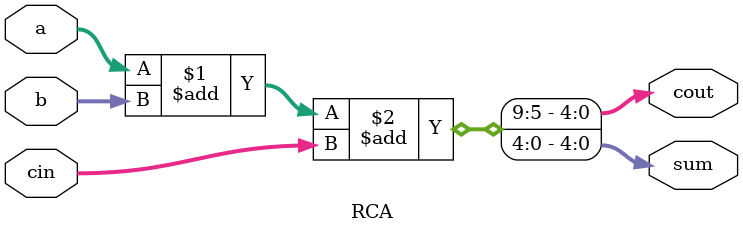
<source format=v>
module RCA(
  
  input  [4:0] a,b,cin,
  output [4:0] sum,cout
  
);
  
  
  assign {cout,sum} = a+b+cin;
  
  
endmodule
</source>
